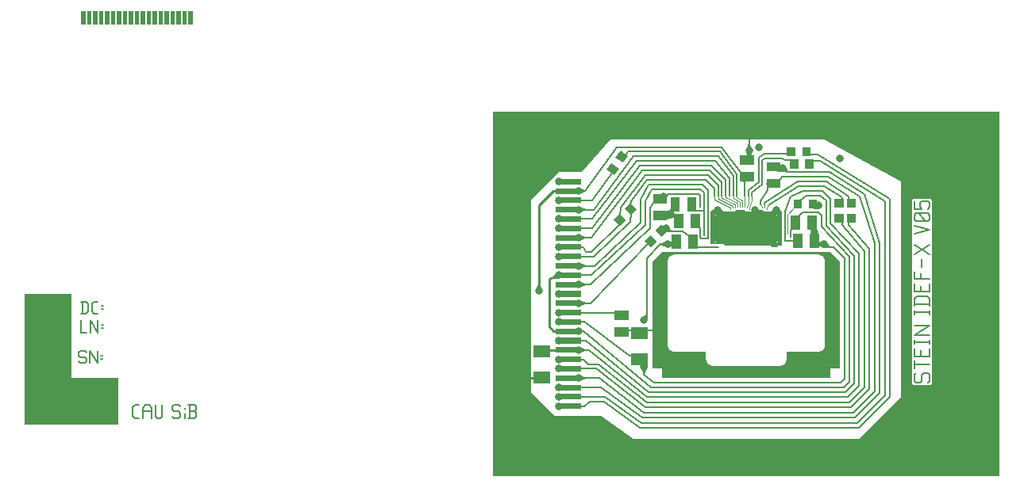
<source format=gbr>
G04 start of page 2 for group 0 idx 0 *
G04 Title: IDEF-X, component *
G04 Creator: pcb 1.99z *
G04 CreationDate: Mi 20 Jan 2016 16:51:44 GMT UTC *
G04 For: stephan *
G04 Format: Gerber/RS-274X *
G04 PCB-Dimensions (mil): 7874.02 3937.01 *
G04 PCB-Coordinate-Origin: lower left *
%MOIN*%
%FSLAX25Y25*%
%LNCOMPONENT*%
%ADD29C,0.0866*%
%ADD28C,0.0118*%
%ADD27C,0.1024*%
%ADD26C,0.1575*%
%ADD25R,0.0394X0.0394*%
%ADD24R,0.0500X0.0500*%
%ADD23R,0.0350X0.0350*%
%ADD22R,0.0236X0.0236*%
%ADD21R,0.0170X0.0170*%
%ADD20C,0.0070*%
%ADD19C,0.0056*%
%ADD18C,0.0050*%
%ADD17C,0.0065*%
%ADD16C,0.0047*%
%ADD15C,0.0315*%
%ADD14C,0.0100*%
%ADD13C,0.0157*%
%ADD12C,0.0079*%
%ADD11C,0.0001*%
G54D11*G36*
X665354Y86614D02*Y82677D01*
X629921D01*
Y87795D01*
X645276D01*
X646850Y89370D01*
Y93701D01*
X661417D01*
X662992Y95276D01*
Y133071D01*
X661417Y134646D01*
X629921D01*
Y135827D01*
X665354D01*
X669291Y131890D01*
Y86614D01*
X665354D01*
G37*
G36*
X629921Y82677D02*X594488D01*
Y86614D01*
X590551D01*
Y131890D01*
X594488Y135827D01*
X629921D01*
Y134646D01*
X598425D01*
X596850Y133071D01*
Y95276D01*
X598425Y93701D01*
X612992D01*
Y89370D01*
X614567Y87795D01*
X629921D01*
Y82677D01*
G37*
G36*
X703679Y194882D02*X736220D01*
Y41339D01*
X703679D01*
Y79914D01*
X707317Y79917D01*
X707389Y79934D01*
X707458Y79962D01*
X707521Y80001D01*
X707578Y80050D01*
X707626Y80106D01*
X707665Y80170D01*
X707694Y80238D01*
X707711Y80311D01*
X707715Y80385D01*
X707711Y157571D01*
X707694Y157643D01*
X707665Y157712D01*
X707626Y157775D01*
X707578Y157832D01*
X707521Y157880D01*
X707458Y157919D01*
X707389Y157947D01*
X707317Y157965D01*
X707243Y157969D01*
X703679Y157967D01*
Y194882D01*
G37*
G36*
X617126D02*X703679D01*
Y157967D01*
X700041Y157965D01*
X699968Y157947D01*
X699900Y157919D01*
X699836Y157880D01*
X699780Y157832D01*
X699732Y157775D01*
X699693Y157712D01*
X699664Y157643D01*
X699647Y157571D01*
X699642Y157497D01*
X699647Y80311D01*
X699664Y80238D01*
X699693Y80170D01*
X699732Y80106D01*
X699780Y80050D01*
X699836Y80001D01*
X699900Y79962D01*
X699968Y79934D01*
X700041Y79917D01*
X700115Y79912D01*
X703679Y79914D01*
Y41339D01*
X617126D01*
Y57087D01*
X677165D01*
X694882Y74803D01*
Y165354D01*
X662402Y183071D01*
X617126D01*
Y194882D01*
G37*
G36*
X523622D02*X617126D01*
Y183071D01*
X572835D01*
X561024Y169291D01*
X551181D01*
X539370Y157480D01*
Y76772D01*
X549213Y66929D01*
X568898D01*
X582677Y57087D01*
X617126D01*
Y41339D01*
X523622D01*
Y194882D01*
G37*
G36*
X642913Y153543D02*X644094D01*
X644881Y152757D01*
X644882Y152736D01*
Y140597D01*
X644878Y140551D01*
X644882Y140505D01*
Y138583D01*
X643307D01*
X642913Y138189D01*
Y139764D01*
X643307Y140157D01*
X642913D01*
Y151181D01*
X643307D01*
X642913Y151575D01*
Y153543D01*
G37*
G36*
X616929D02*X619685D01*
X620472Y152756D01*
X624803D01*
X625591Y153543D01*
X629134D01*
X629921Y152756D01*
X633858D01*
X634646Y153543D01*
X636614D01*
X637402Y152756D01*
X640157D01*
X640945Y153543D01*
X642913D01*
Y151575D01*
X642520Y151969D01*
Y151181D01*
X642913D01*
Y140157D01*
X642520D01*
Y139370D01*
X642913Y139764D01*
Y138189D01*
X642520Y137795D01*
X640945D01*
X640157Y138583D01*
X620866D01*
X620472Y138976D01*
X618110D01*
X618110Y138976D01*
X616929D01*
Y139764D01*
X617323Y139370D01*
Y140157D01*
X616929D01*
Y151181D01*
X617323D01*
Y151969D01*
X616929Y151575D01*
Y153543D01*
G37*
G36*
X614961Y152756D02*X615748Y153543D01*
X616929D01*
Y151575D01*
X616535Y151181D01*
X616929D01*
Y140157D01*
X616535D01*
X616929Y139764D01*
Y138976D01*
X614961D01*
Y141292D01*
X614964Y141339D01*
X614961Y141385D01*
Y152756D01*
G37*
G36*
X326772Y118110D02*X346457D01*
Y82677D01*
X366142D01*
Y62992D01*
X326772D01*
Y118110D01*
G37*
G54D12*X609843Y146457D02*X610630Y145669D01*
X612205Y160630D02*Y142913D01*
X613780Y141339D02*Y161811D01*
X610630Y141732D02*X611024Y141339D01*
X610630Y145669D02*Y141732D01*
X611024Y141339D02*X613780D01*
X618110Y137795D02*X608661D01*
Y153543D02*X609055Y153150D01*
X610630Y154724D02*Y159449D01*
X609843Y160236D01*
X609055Y153150D02*X612205D01*
X613780Y161811D02*X611417Y164173D01*
X609843Y160236D02*X597244D01*
X612205Y160630D02*X610630Y162205D01*
X590157D01*
X611417Y164173D02*X588976D01*
X597244Y160236D02*X596063Y159449D01*
G54D13*X598031Y151575D02*X600394Y150787D01*
X598031Y151575D02*X598819Y153937D01*
X598031Y151575D02*X596457Y152362D01*
G54D12*X619685Y179921D02*X575591D01*
X615354Y172047D02*X585039D01*
X612992Y166142D02*X588189D01*
X613780Y168110D02*X587402D01*
X614567Y170079D02*X586220D01*
X616929Y174016D02*X583858D01*
X618898Y177953D02*X580315D01*
X618110Y175984D02*X582677D01*
X580315Y177953D02*X579134Y176181D01*
X590157Y162205D02*X587402Y157087D01*
X585433Y157874D02*X588976Y164173D01*
X581496Y157087D02*X588189Y166142D01*
X577165Y154331D02*X587402Y168110D01*
X591339Y156693D02*X589370Y154331D01*
X581102Y155512D02*X581496Y157087D01*
X576772Y151181D02*X577165Y154331D01*
X581102Y148425D02*X581496Y151969D01*
X589370Y154331D02*Y145669D01*
X587402Y157087D02*Y147244D01*
X585433Y148031D02*Y157874D01*
X605906Y142520D02*X603150Y144488D01*
X596063D01*
G54D13*X596850Y138976D02*X599213D01*
G54D12*X596850D02*X593701D01*
X596457Y145866D02*X598425Y144488D01*
G54D13*X598031Y151575D02*X596457Y150394D01*
G54D12*X559449Y98425D02*X562598D01*
X559449Y102362D02*X561417D01*
X579134Y102756D02*X595276D01*
X559449Y110236D02*X575197D01*
X588189Y109449D02*X587008Y107087D01*
X559449Y106299D02*X561811D01*
X559449Y114173D02*X564567D01*
X561811Y106299D02*X580709Y92126D01*
G54D14*X559449Y102362D02*X548819D01*
X547244Y104331D01*
X551181Y94488D02*X546260D01*
G54D12*X564961Y141732D02*X559449D01*
X565354Y145669D02*X559449D01*
Y125984D02*X564961D01*
X559449Y137795D02*X561417D01*
X562598Y135827D02*X564961D01*
X561417Y137795D02*X562598Y135827D01*
X566142Y129921D02*X585433Y148031D01*
X565748Y133858D02*X581102Y148425D01*
X587402Y147244D02*X564961Y125984D01*
Y135827D02*X577165Y147638D01*
X593701Y138976D02*X588189Y133071D01*
X562205Y161417D02*X559449D01*
X565945Y153543D02*X559449D01*
X588189Y133071D02*Y109449D01*
X589370Y145669D02*X564567Y122047D01*
X559449Y133858D02*X565748D01*
X559449Y129921D02*X566142D01*
X559449Y122047D02*X564567D01*
Y114173D02*X588976Y139370D01*
X564961Y141732D02*X586220Y170079D01*
X585039Y172047D02*X565354Y145669D01*
X583858Y174016D02*X565354Y149606D01*
X582677Y175984D02*X565945Y153543D01*
X575591Y179921D02*X562205Y161417D01*
X565354Y157480D02*X574016Y169291D01*
X559449Y86614D02*X566929D01*
X559449Y94488D02*X563780D01*
X559449Y82677D02*X568110D01*
X559449Y90551D02*X561417D01*
X563386Y88583D01*
X567717D01*
X570472Y74803D02*X559449D01*
X570079Y72835D02*X564173D01*
X561811Y70866D02*X559449D01*
X564173Y72835D02*X561811Y70866D01*
X559449Y78740D02*X568898D01*
G54D14*X544094Y82874D02*X538583D01*
G54D12*X587008Y87402D02*Y84252D01*
G54D15*Y89370D02*Y87402D01*
G54D12*X580709Y92126D02*X583071D01*
X588976Y76772D02*X562598Y98425D01*
X563780Y94488D02*X588189Y74803D01*
X561417Y102362D02*X589764Y78740D01*
X586220Y66142D02*X568898Y78740D01*
X585827Y63780D02*X570472Y74803D01*
X585039Y61811D02*X570079Y72835D01*
X588189Y72441D02*X567717Y88583D01*
X587008Y68110D02*X568110Y82677D01*
X587402Y70472D02*X566929Y86614D01*
X587008Y84252D02*X591339Y80709D01*
X565354Y149606D02*X559449D01*
Y157480D02*X565354D01*
G54D14*X559449Y161417D02*X548819D01*
X542913Y155512D01*
Y119291D01*
X547244Y104331D02*Y124409D01*
X551181Y125984D01*
G54D12*X638976Y162992D02*Y161811D01*
X637402Y156299D02*X651575Y165354D01*
X639173Y155512D02*X651969Y163386D01*
X648425Y159055D02*X646063Y152756D01*
G54D16*X647244Y151575D02*X650000Y154331D01*
G54D12*X637402Y155709D02*Y156299D01*
X635827Y157087D02*Y155906D01*
G54D16*X636417Y154921D01*
Y154528D01*
X637402Y155709D02*Y154331D01*
X639173Y155512D02*X638386Y154528D01*
Y153937D01*
G54D12*X638976Y161811D02*X635827Y157087D01*
G54D15*X633661Y153543D02*Y151772D01*
G54D12*X630709Y159449D02*Y161811D01*
X635039Y164961D01*
X629134Y159449D02*Y166535D01*
X636614Y163976D02*Y174409D01*
X635039Y164961D02*Y175591D01*
X637402Y177165D01*
X637795Y175197D02*X644882D01*
X637402Y177165D02*X648031D01*
X644882Y175197D02*X646063Y174409D01*
X632283Y159449D02*Y160827D01*
X636614Y163976D01*
G54D16*X631102Y154528D02*X632283Y157480D01*
Y159449D01*
G54D12*X643701Y165748D02*X644882Y167323D01*
G54D15*X645276Y171260D02*X643307D01*
G54D12*X649213Y145669D02*X648425Y144882D01*
Y142126D01*
X646063Y140551D02*X650000D01*
G54D16*X647244Y143307D02*Y151575D01*
G54D12*X646063Y152756D02*Y140551D01*
X669685Y80709D02*X591339D01*
X670866Y78740D02*X589764D01*
X672441Y74803D02*X588189D01*
X673228Y72441D02*X588189D01*
X671654Y76772D02*X588976D01*
X673228Y81102D02*X670866Y78740D01*
X677165Y79528D02*X672441Y74803D01*
X679528Y78740D02*X673228Y72441D01*
X671260Y82283D02*X669685Y80709D01*
X675197Y80315D02*X671654Y76772D01*
X673228Y133858D02*Y81102D01*
X677165Y135039D02*Y79528D01*
X679528Y136220D02*Y78740D01*
X681496Y137008D02*Y77953D01*
X671260Y133071D02*Y82283D01*
X675197Y134252D02*Y80315D01*
X681496Y77953D02*X674016Y70472D01*
X683858Y77165D02*X674803Y68110D01*
X685827Y76378D02*X675591Y66142D01*
X688189Y75591D02*X676378Y63780D01*
X690157Y74803D02*X677165Y61811D01*
X674016Y70472D02*X587402D01*
X674803Y68110D02*X587008D01*
X675591Y66142D02*X586220D01*
X676378Y63780D02*X585827D01*
X677165Y61811D02*X585039D01*
X683858Y77165D02*Y139370D01*
X685827Y76378D02*Y139370D01*
X688189Y157087D02*Y75591D01*
X690157Y158268D02*Y74803D01*
X619685Y164961D02*X614567Y170079D01*
X622835Y166929D02*X616929Y174016D01*
X625984Y168504D02*X618898Y177953D01*
X624409Y167717D02*X618110Y175984D01*
X621260Y166142D02*X615354Y172047D01*
X619685Y179921D02*X627953Y168898D01*
G54D13*X631102Y178346D02*Y175591D01*
G54D12*Y178346D02*Y183858D01*
X616535Y159449D02*Y162598D01*
X612992Y166142D01*
X618110Y159449D02*Y163780D01*
X613780Y168110D01*
X619685Y159449D02*Y164961D01*
G54D16*X616535Y157677D02*Y159449D01*
X618110Y158071D02*Y159449D01*
X619685Y158465D02*Y159449D01*
G54D12*X621260D02*Y166142D01*
X622835Y159449D02*Y166929D01*
X625984Y159449D02*Y168504D01*
X624409Y159449D02*Y167717D01*
G54D16*X621260Y159449D02*Y158858D01*
X625984D02*Y159449D01*
X623228Y154528D02*X616535Y157677D01*
X624213Y155118D02*X618110Y158071D01*
X625197Y155709D02*X619685Y158465D01*
X624409D02*Y159449D01*
X626181Y154724D02*Y156299D01*
X625197Y154528D02*Y155709D01*
X628150Y154724D02*Y157480D01*
X627165Y154724D02*Y156890D01*
X623228Y154528D02*Y153937D01*
X624213Y154331D02*Y155118D01*
X621260Y158858D02*X626181Y156299D01*
X627165Y156890D02*X624409Y158465D01*
X628150Y157480D02*X625984Y158858D01*
X631102Y153937D02*Y154528D01*
X630709Y159449D02*Y156496D01*
X630118Y154921D01*
Y154331D01*
X629134Y154724D02*Y159449D01*
G54D12*X636614Y174409D02*X637795Y175197D01*
X655906Y174016D02*X661024D01*
X646063Y174409D02*X648819D01*
X656299Y176772D02*X659843D01*
X645276Y171260D02*X647244Y169291D01*
X661024Y174016D02*X688189Y157087D01*
X659843Y176772D02*X690157Y158268D01*
X664961Y169291D02*X679528Y160236D01*
X670079Y158661D02*Y157480D01*
X644882Y167323D02*X664173D01*
X677559Y159055D01*
X661024Y159449D02*X663386Y157480D01*
X661811Y161417D02*X665354Y158268D01*
X672835Y159055D02*Y157480D01*
X647244Y169291D02*X664961D01*
X648425Y159055D02*X653937Y161417D01*
X651575Y165354D02*X663386D01*
X651969Y163386D02*X662598D01*
X653937Y161417D02*X661811D01*
X655118Y159449D02*X661024D01*
X651575Y150394D02*X653543Y152362D01*
X665354Y158268D02*Y147638D01*
X653543Y152362D02*X660236D01*
X661417Y151181D01*
X652362Y157480D02*X655118Y159449D01*
G54D15*X660236Y155512D02*X658465D01*
G54D12*X662598Y163386D02*X670079Y158661D01*
X663386Y165354D02*X672835Y159055D01*
X663386Y157480D02*Y146850D01*
X661417Y146457D02*X673228Y133858D01*
X663386Y146850D02*X675197Y134252D01*
X666535Y137795D02*X671260Y133071D01*
X664961Y137795D02*X666535D01*
X679528Y136220D02*X670079Y147244D01*
X672835Y148819D02*Y147244D01*
X662598Y138976D02*X664961Y137795D01*
X665354Y147638D02*X677165Y135039D01*
X670079Y147244D02*Y148819D01*
X672835Y147244D02*X681496Y137008D01*
X677559Y159055D02*X683858Y139370D01*
X685827D02*X679528Y160236D01*
X661417Y151181D02*Y146457D01*
G54D13*X662598Y138976D02*X659843D01*
G54D12*X658661Y144094D02*X657087Y145669D01*
X658661Y144094D02*X657480Y143307D01*
X658661Y144094D02*X660039Y143110D01*
X562205Y161417D02*G75*G03X560317Y160616I0J-2625D01*G01*
X560317Y162219D02*G75*G03X562205Y161417I1888J1823D01*G01*
G54D14*X556854D02*G75*G03X558689Y162177I0J2595D01*G01*
X558689Y160657D02*G75*G03X556854Y161417I-1835J-1835D01*G01*
G54D12*X562300Y153543D02*G75*G03X560284Y152708I0J-2852D01*G01*
X560284Y154379D02*G75*G03X562300Y153543I2016J2016D01*G01*
Y141732D02*G75*G03X560284Y140897I0J-2852D01*G01*
X560284Y142567D02*G75*G03X562300Y141732I2016J2016D01*G01*
G54D13*X599853Y150967D02*G75*G03X598401Y150878I-619J-1797D01*G01*
X598728Y151944D02*G75*G03X599817Y150980I1708J833D01*G01*
X598628Y153365D02*G75*G03X598743Y151914I1808J-587D01*G01*
X597692Y152286D02*G75*G03X598637Y153392I-863J1694D01*G01*
X596487Y150417D02*G75*G03X597247Y151658I-1117J1538D01*G01*
X597949Y150791D02*G75*G03X596534Y150451I-297J-1877D01*G01*
G54D12*X599606Y135039D02*G75*G03X596457Y131890I0J-3150D01*G01*
Y96457D02*G75*G03X599606Y93307I3150J0D01*G01*
X612598Y90551D02*G75*G03X615748Y87402I3150J0D01*G01*
X588179Y109428D02*G75*G03X588112Y107508I2123J-1036D01*G01*
X586727Y108234D02*G75*G03X588199Y109470I-651J2271D01*G01*
X587008Y84550D02*G75*G03X586173Y86566I-2852J0D01*G01*
X587843Y86566D02*G75*G03X587008Y84550I2016J-2016D01*G01*
X593999Y138976D02*G75*G03X596015Y139812I0J2852D01*G01*
X596015Y138141D02*G75*G03X593999Y138976I-2016J-2016D01*G01*
G54D13*X598751D02*G75*G03X597407Y138420I0J-1901D01*G01*
X597407Y139533D02*G75*G03X598751Y138976I1344J1344D01*G01*
G54D12*X562300Y129921D02*G75*G03X560284Y129086I0J-2852D01*G01*
X562300Y122047D02*G75*G03X560284Y121212I0J-2852D01*G01*
X560284Y122882D02*G75*G03X562300Y122047I2016J2016D01*G01*
X560284Y130756D02*G75*G03X562300Y129921I2016J2016D01*G01*
G54D14*X548738Y125007D02*G75*G03X550179Y126374I-930J2423D01*G01*
X550791Y124982D02*G75*G03X548806Y125034I-1055J-2371D01*G01*
X542913Y121886D02*G75*G03X543673Y120051I2595J0D01*G01*
X542153Y120051D02*G75*G03X542913Y121886I-1835J1835D01*G01*
G54D12*X562300Y114173D02*G75*G03X560284Y113338I0J-2852D01*G01*
X560284Y115008D02*G75*G03X562300Y114173I2016J2016D01*G01*
G54D14*X556854Y102362D02*G75*G03X558689Y103122I0J2595D01*G01*
X558689Y101602D02*G75*G03X556854Y102362I-1835J-1835D01*G01*
G54D12*X562300Y94488D02*G75*G03X560284Y93653I0J-2852D01*G01*
X560284Y95323D02*G75*G03X562300Y94488I2016J2016D01*G01*
Y82677D02*G75*G03X560284Y81842I0J-2852D01*G01*
X560284Y83512D02*G75*G03X562300Y82677I2016J2016D01*G01*
X644094Y87402D02*G75*G03X647244Y90551I0J3150D01*G01*
X660236Y93307D02*G75*G03X663386Y96457I0J3150D01*G01*
Y131890D02*G75*G03X660236Y135039I-3150J0D01*G01*
X657087Y145670D02*G75*G03X658416Y145250I1067J1067D01*G01*
X657505Y144340D02*G75*G03X657086Y145669I-1486J262D01*G01*
X664977Y137787D02*G75*G03X663058Y137888I-1072J-2105D01*G01*
X663735Y139297D02*G75*G03X664945Y137804I2282J611D01*G01*
G54D13*X660698Y138976D02*G75*G03X662042Y139533I0J1901D01*G01*
X662042Y138420D02*G75*G03X660698Y138976I-1344J-1344D01*G01*
X631102Y176446D02*G75*G03X630546Y177790I-1901J0D01*G01*
X631659Y177790D02*G75*G03X631102Y176446I1344J-1344D01*G01*
G54D12*X647244Y169291D02*G75*G03X645342Y170079I-1902J-1902D01*G01*
X646456Y171194D02*G75*G03X647244Y169291I2690J0D01*G01*
X631102Y181198D02*G75*G03X631938Y179182I2852J0D01*G01*
X630267Y179182D02*G75*G03X631102Y181198I-2016J2016D01*G01*
G54D17*X700439Y83949D02*X701249Y84759D01*
X700439Y83949D02*Y81519D01*
X701249Y80709D02*X700439Y81519D01*
X701249Y80709D02*X702869D01*
X703679Y81519D01*
Y83949D02*Y81519D01*
Y83949D02*X704489Y84759D01*
X706109D01*
X706919Y83949D02*X706109Y84759D01*
X706919Y83949D02*Y81519D01*
X706109Y80709D02*X706919Y81519D01*
X700439Y89943D02*Y86703D01*
Y88323D02*X706919D01*
X703355Y94317D02*Y91887D01*
X706919Y95127D02*Y91887D01*
X700439D02*X706919D01*
X700439Y95127D02*Y91887D01*
Y98691D02*Y97071D01*
Y97881D02*X706919D01*
Y98691D02*Y97071D01*
X700439Y100635D02*X706919D01*
X700439D02*X706919Y104685D01*
X700439D02*X706919D01*
X700439Y111165D02*Y109545D01*
Y110355D02*X706919D01*
Y111165D02*Y109545D01*
X700439Y113919D02*X706919D01*
X700439Y116025D02*X701573Y117159D01*
X705785D01*
X706919Y116025D02*X705785Y117159D01*
X706919Y116025D02*Y113109D01*
X700439Y116025D02*Y113109D01*
X703355Y121533D02*Y119103D01*
X706919Y122343D02*Y119103D01*
X700439D02*X706919D01*
X700439Y122343D02*Y119103D01*
Y124287D02*X706919D01*
X700439Y127527D02*Y124287D01*
X703355Y126717D02*Y124287D01*
X703679Y132711D02*Y129471D01*
X706919Y134655D02*X700439Y138705D01*
Y134655D02*X706919Y138705D01*
X700439Y143565D02*X706919Y145185D01*
X700439Y146805D01*
X706109Y148749D02*X706919Y149559D01*
X701249Y148749D02*X706109D01*
X701249D02*X700439Y149559D01*
Y151179D02*Y149559D01*
Y151179D02*X701249Y151989D01*
X706109D01*
X706919Y151179D02*X706109Y151989D01*
X706919Y151179D02*Y149559D01*
X705299Y148749D02*X702059Y151989D01*
X700439Y157173D02*Y153933D01*
X703679D01*
X702869Y154743D01*
Y156363D02*Y154743D01*
Y156363D02*X703679Y157173D01*
X706109D01*
X706919Y156363D02*X706109Y157173D01*
X706919Y156363D02*Y154743D01*
X706109Y153933D02*X706919Y154743D01*
G54D18*X352126Y94016D02*X352756Y93386D01*
X350236Y94016D02*X352126D01*
X349606Y93386D02*X350236Y94016D01*
X349606Y93386D02*Y92126D01*
X350236Y91496D01*
X352126D01*
X352756Y90866D01*
Y89606D01*
X352126Y88976D02*X352756Y89606D01*
X350236Y88976D02*X352126D01*
X349606Y89606D02*X350236Y88976D01*
X354268Y94016D02*Y88976D01*
Y94016D02*X357418Y88976D01*
Y94016D02*Y88976D01*
X358930Y92126D02*X359560D01*
X358930Y90866D02*X359560D01*
G54D19*X373034Y65785D02*X374867D01*
X372047Y66772D02*X373034Y65785D01*
X372047Y70438D02*Y66772D01*
Y70438D02*X373034Y71425D01*
X374867D01*
X376559Y70015D02*Y65785D01*
Y70015D02*X377546Y71425D01*
X379097D01*
X380084Y70015D01*
Y65785D01*
X376559Y68605D02*X380084D01*
X381776Y71425D02*Y66490D01*
X382481Y65785D01*
X383891D01*
X384596Y66490D01*
Y71425D02*Y66490D01*
X391646Y71425D02*X392351Y70720D01*
X389531Y71425D02*X391646D01*
X388826Y70720D02*X389531Y71425D01*
X388826Y70720D02*Y69310D01*
X389531Y68605D01*
X391646D01*
X392351Y67900D01*
Y66490D01*
X391646Y65785D02*X392351Y66490D01*
X389531Y65785D02*X391646D01*
X388826Y66490D02*X389531Y65785D01*
G54D20*X394043Y70015D02*Y69874D01*
G54D19*Y67900D02*Y65785D01*
X395453D02*X398273D01*
X398978Y66490D01*
Y68182D02*Y66490D01*
X398273Y68887D02*X398978Y68182D01*
X396158Y68887D02*X398273D01*
X396158Y71425D02*Y65785D01*
X395453Y71425D02*X398273D01*
X398978Y70720D01*
Y69592D01*
X398273Y68887D02*X398978Y69592D01*
G54D18*X351029Y114872D02*Y109792D01*
X352680Y114872D02*X353569Y113983D01*
Y110681D01*
X352680Y109792D02*X353569Y110681D01*
X350394Y109792D02*X352680D01*
X350394Y114872D02*X352680D01*
X355982Y109792D02*X357633D01*
X355093Y110681D02*X355982Y109792D01*
X355093Y113983D02*Y110681D01*
Y113983D02*X355982Y114872D01*
X357633D01*
X359157Y112967D02*X359792D01*
X359157Y111697D02*X359792D01*
X350394Y106998D02*Y101918D01*
X352934D01*
X354458Y106998D02*Y101918D01*
Y106998D02*X357633Y101918D01*
Y106998D02*Y101918D01*
X359157Y105093D02*X359792D01*
X359157Y103823D02*X359792D01*
G54D21*X396516Y236220D02*Y232220D01*
X394016Y236220D02*Y232220D01*
X391516Y236220D02*Y232220D01*
X389016Y236220D02*Y232220D01*
X386516Y236220D02*Y232220D01*
X384016Y236220D02*Y232220D01*
X381516Y236220D02*Y232220D01*
X379016Y236220D02*Y232220D01*
X376516Y236220D02*Y232220D01*
X374016Y236220D02*Y232220D01*
X371516Y236220D02*Y232220D01*
X369016Y236220D02*Y232220D01*
X366516Y236220D02*Y232220D01*
X364016Y236220D02*Y232220D01*
X361516Y236220D02*Y232220D01*
X354016Y236220D02*Y232220D01*
X351516Y236220D02*Y232220D01*
X359016Y236220D02*Y232220D01*
X356516Y236220D02*Y232220D01*
G54D22*X551181Y122047D02*X559449D01*
X551181Y125984D02*X559449D01*
X551181Y129921D02*X559449D01*
X551181Y133858D02*X559449D01*
X551181Y137795D02*X559449D01*
X551181Y145669D02*X559449D01*
X551181Y149606D02*X559449D01*
X551181Y153543D02*X559449D01*
X551181Y157480D02*X559449D01*
X551181Y161417D02*X559449D01*
X551181Y165354D02*X559449D01*
X551181Y141732D02*X559449D01*
G54D11*G36*
X589722Y142873D02*X592480Y140115D01*
X590005Y137640D01*
X587247Y140398D01*
X589722Y142873D01*
G37*
G54D23*X655169Y178153D02*Y177753D01*
X656350Y173035D02*Y172635D01*
G54D11*G36*
X573358Y173159D02*X576553Y170922D01*
X574546Y168055D01*
X571351Y170291D01*
X573358Y173159D01*
G37*
G36*
X577029Y178402D02*X580224Y176165D01*
X578217Y173298D01*
X575022Y175534D01*
X577029Y178402D01*
G37*
G54D24*X584039Y101563D02*X586039D01*
X584039Y90563D02*X586039D01*
G54D25*X576559Y102012D02*X578559D01*
X576559Y109012D02*X578559D01*
G54D22*X551181Y118110D02*X559449D01*
X551181Y114173D02*X559449D01*
X551181Y110236D02*X559449D01*
X551181Y106299D02*X559449D01*
G54D25*X601618Y149819D02*Y147819D01*
X608618Y149819D02*Y147819D01*
X600043Y156906D02*Y154906D01*
X607043Y156906D02*Y154906D01*
X640339Y171610D02*X642339D01*
X629315Y167366D02*X631315D01*
X629315Y174366D02*X631315D01*
G54D23*X648769Y178153D02*Y177753D01*
X649950Y173035D02*Y172635D01*
G54D25*X592701Y151224D02*X594701D01*
X592701Y158224D02*X594701D01*
G54D11*G36*
X594247Y147399D02*X597005Y144641D01*
X594530Y142166D01*
X591772Y144924D01*
X594247Y147399D01*
G37*
G54D25*X650437Y149031D02*Y147031D01*
X657437Y149031D02*Y147031D01*
X640339Y164610D02*X642339D01*
G54D23*X651524Y156106D02*Y155706D01*
X657924Y156106D02*Y155706D01*
G54D11*G36*
X581255Y156454D02*X584013Y153696D01*
X581538Y151221D01*
X578780Y153979D01*
X581255Y156454D01*
G37*
G36*
X576730Y151928D02*X579487Y149170D01*
X577013Y146696D01*
X574255Y149454D01*
X576730Y151928D01*
G37*
G54D23*X668698Y149950D02*X669098D01*
X673816D02*X674216D01*
X668698Y156350D02*X669098D01*
X673816D02*X674216D01*
G54D25*X600437Y141157D02*Y139157D01*
X607437Y141157D02*Y139157D01*
X651618Y141551D02*Y139551D01*
X658618Y141551D02*Y139551D01*
G54D22*X551181Y102362D02*X559449D01*
X551181Y98425D02*X559449D01*
X551181Y94488D02*X559449D01*
X551181Y90551D02*X559449D01*
X551181Y86614D02*X559449D01*
X551181Y82677D02*X559449D01*
X551181Y78740D02*X559449D01*
X551181Y74803D02*X559449D01*
X551181Y70866D02*X559449D01*
G54D24*X543094Y82886D02*X545094D01*
X543094Y93886D02*X545094D01*
G54D26*X724409Y53150D03*
G54D15*X708661Y61024D03*
X704724Y57087D03*
X700787Y53150D03*
X730315Y114173D03*
Y110236D03*
Y106299D03*
Y102362D03*
Y98425D03*
Y94488D03*
Y90551D03*
Y86614D03*
Y82677D03*
Y78740D03*
X720472Y72835D03*
X716535Y68898D03*
X712598Y64961D03*
X641732Y47244D03*
X645669D03*
X649606D03*
X653543D03*
X657480D03*
X661417D03*
X665354D03*
X653543Y89567D03*
X669291Y47244D03*
X673228D03*
X677165D03*
X681102D03*
X696850Y49213D03*
X685039Y47244D03*
X688976D03*
X730315Y137795D03*
Y133858D03*
Y129921D03*
Y125984D03*
Y122047D03*
Y118110D03*
Y157480D03*
Y153543D03*
Y149606D03*
Y145669D03*
Y141732D03*
G54D26*X535433Y53150D03*
G54D15*X533911Y73801D03*
G54D26*X356299Y72835D03*
X336614D03*
Y108268D03*
X535433Y183071D03*
G54D15*X559449Y161417D03*
X551181Y165354D03*
X539370Y163386D03*
X543307Y167323D03*
X547244Y171260D03*
X551181Y175197D03*
X555118Y179134D03*
X559055Y183071D03*
X562992Y187008D03*
X582677Y188976D03*
X586614D03*
X590551D03*
X594488D03*
X598425D03*
X602362D03*
X578740D03*
X574803D03*
X570866D03*
X587008Y107087D03*
Y87402D03*
X596850Y138976D03*
X598031Y151575D03*
X595079Y159055D03*
X596063Y145866D03*
X533911Y117801D03*
Y111301D03*
X551181Y110236D03*
Y106299D03*
X533911Y102301D03*
Y95801D03*
X551181Y98425D03*
Y118110D03*
Y137795D03*
Y133858D03*
Y125984D03*
X533911Y160051D03*
Y151051D03*
Y142301D03*
X551181Y157480D03*
Y149606D03*
Y145669D03*
X559449Y153543D03*
Y141732D03*
Y129921D03*
Y122047D03*
Y114173D03*
Y102362D03*
Y94488D03*
X533911Y135801D03*
Y126801D03*
X542913Y119291D03*
X586614Y47244D03*
X590551D03*
X594488D03*
X598425D03*
X602362D03*
X582677D03*
X578740D03*
X574803D03*
X570866D03*
X551181Y78740D03*
X533911Y89301D03*
Y80301D03*
X551181Y86614D03*
X559449Y82677D03*
X551181Y90551D03*
Y74803D03*
Y70866D03*
X545276Y64961D03*
X549213Y61024D03*
X553150Y57087D03*
X557087Y53150D03*
X561024Y49213D03*
X606299Y47244D03*
X610236D03*
X614173D03*
X618110D03*
X622047D03*
X625984D03*
X629921D03*
X633858D03*
X637795D03*
X606299Y89567D03*
Y188976D03*
X610236D03*
X614173D03*
X618110D03*
X617717Y153543D03*
X607283Y154528D03*
X622047Y188976D03*
X625984D03*
X629921D03*
X631102Y178346D03*
X620472Y148031D03*
X608858Y147441D03*
X620472Y143307D03*
X623622Y145669D03*
X626772Y148031D03*
Y143307D03*
X628937Y166929D03*
X633858Y188976D03*
X637795D03*
X641732D03*
X645669D03*
X649606D03*
X645276Y171260D03*
X635236Y179921D03*
X657480Y188976D03*
X661417D03*
X665354D03*
X669291D03*
X673228D03*
X677165D03*
X681102D03*
X685039D03*
X688976D03*
X669094Y175197D03*
G54D26*X724409Y183071D03*
G54D15*X720472Y163386D03*
X716535Y167323D03*
X712598Y171260D03*
X708661Y175197D03*
X704724Y179134D03*
X700787Y183071D03*
X696850Y187008D03*
X653543Y188976D03*
X658661Y144094D03*
X660236Y155512D03*
X662598Y138976D03*
X651378Y139173D03*
X629921Y145669D03*
X633071Y148031D03*
X639370D03*
Y143307D03*
X636220Y145669D03*
X633071Y143307D03*
X642520Y153543D03*
X633661D03*
X650197Y149213D03*
X639961Y164370D03*
G54D27*G54D28*G54D27*G54D28*G54D29*G54D27*G54D28*G54D27*G54D28*M02*

</source>
